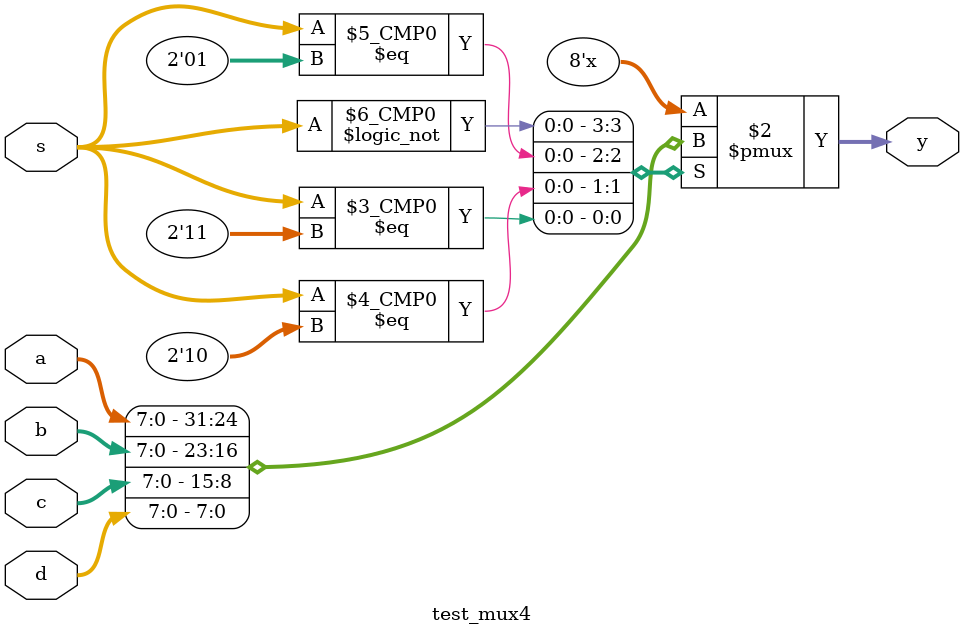
<source format=v>
module test_mux4 (
    input wire [7:0] a,
    input wire [7:0] b,
    input wire [7:0] c,
    input wire [7:0] d,
    input wire [1:0] s,
    output reg [7:0] y
);
    always @(*) begin
        case (s)
            2'b00: y = a;
            2'b01: y = b;
            2'b10: y = c;
            2'b11: y = d;
        endcase
    end
endmodule

</source>
